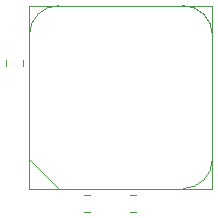
<source format=gto>
%TF.GenerationSoftware,KiCad,Pcbnew,5.1.7-a382d34a8~88~ubuntu20.04.1*%
%TF.CreationDate,2021-06-08T03:13:41+02:00*%
%TF.ProjectId,uHoubolt_PCB_GNSS,75486f75-626f-46c7-945f-5043425f474e,rev?*%
%TF.SameCoordinates,PX8f0d180PY5f5e100*%
%TF.FileFunction,Legend,Top*%
%TF.FilePolarity,Positive*%
%FSLAX46Y46*%
G04 Gerber Fmt 4.6, Leading zero omitted, Abs format (unit mm)*
G04 Created by KiCad (PCBNEW 5.1.7-a382d34a8~88~ubuntu20.04.1) date 2021-06-08 03:13:41*
%MOMM*%
%LPD*%
G01*
G04 APERTURE LIST*
%ADD10C,0.120000*%
G04 APERTURE END LIST*
D10*
%TO.C,U1*%
X-7750000Y7750000D02*
X7750000Y7750000D01*
X7750000Y7750000D02*
X7750000Y-7750000D01*
X7750000Y-7750000D02*
X-7750000Y-7750000D01*
X-7750000Y-7750000D02*
X-7750000Y7750000D01*
X-5250000Y-7750000D02*
X-7750000Y-5250000D01*
X-7750000Y5250000D02*
G75*
G02*
X-5250000Y7750000I2500000J0D01*
G01*
X5250000Y7750000D02*
G75*
G02*
X7750000Y5250000I0J-2500000D01*
G01*
X7750000Y-5250000D02*
G75*
G02*
X5250000Y-7750000I-2500000J0D01*
G01*
%TO.C,C3*%
X738748Y-8265000D02*
X1261252Y-8265000D01*
X738748Y-9735000D02*
X1261252Y-9735000D01*
%TO.C,C2*%
X-2638748Y-9735000D02*
X-3161252Y-9735000D01*
X-2638748Y-8265000D02*
X-3161252Y-8265000D01*
%TO.C,C1*%
X-9735000Y2638748D02*
X-9735000Y3161252D01*
X-8265000Y2638748D02*
X-8265000Y3161252D01*
%TD*%
M02*

</source>
